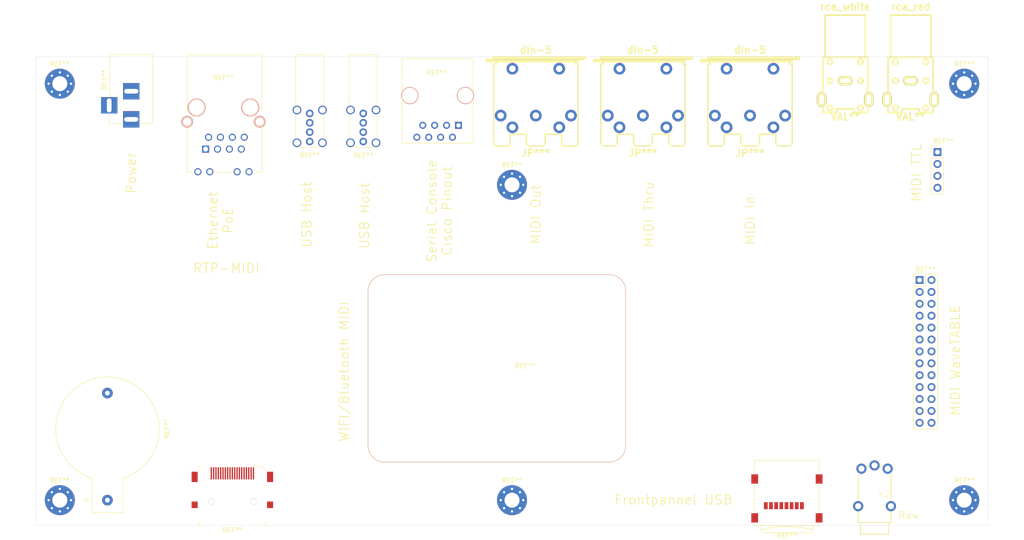
<source format=kicad_pcb>
(kicad_pcb (version 20171130) (host pcbnew "(5.1.9)-1")

  (general
    (thickness 1.6)
    (drawings 17)
    (tracks 0)
    (zones 0)
    (modules 23)
    (nets 1)
  )

  (page A4)
  (layers
    (0 F.Cu signal)
    (31 B.Cu signal)
    (32 B.Adhes user)
    (33 F.Adhes user)
    (34 B.Paste user)
    (35 F.Paste user)
    (36 B.SilkS user)
    (37 F.SilkS user)
    (38 B.Mask user)
    (39 F.Mask user)
    (40 Dwgs.User user)
    (41 Cmts.User user)
    (42 Eco1.User user)
    (43 Eco2.User user)
    (44 Edge.Cuts user)
    (45 Margin user)
    (46 B.CrtYd user)
    (47 F.CrtYd user)
    (48 B.Fab user)
    (49 F.Fab user)
  )

  (setup
    (last_trace_width 0.25)
    (trace_clearance 0.2)
    (zone_clearance 0.508)
    (zone_45_only no)
    (trace_min 0.2)
    (via_size 0.8)
    (via_drill 0.4)
    (via_min_size 0.4)
    (via_min_drill 0.3)
    (uvia_size 0.3)
    (uvia_drill 0.1)
    (uvias_allowed no)
    (uvia_min_size 0.2)
    (uvia_min_drill 0.1)
    (edge_width 0.05)
    (segment_width 0.2)
    (pcb_text_width 0.3)
    (pcb_text_size 1.5 1.5)
    (mod_edge_width 0.12)
    (mod_text_size 1 1)
    (mod_text_width 0.15)
    (pad_size 1.524 1.524)
    (pad_drill 0.762)
    (pad_to_mask_clearance 0)
    (aux_axis_origin 0 0)
    (visible_elements 7FFFFFFF)
    (pcbplotparams
      (layerselection 0x010fc_ffffffff)
      (usegerberextensions false)
      (usegerberattributes true)
      (usegerberadvancedattributes true)
      (creategerberjobfile true)
      (excludeedgelayer true)
      (linewidth 0.100000)
      (plotframeref false)
      (viasonmask false)
      (mode 1)
      (useauxorigin false)
      (hpglpennumber 1)
      (hpglpenspeed 20)
      (hpglpendiameter 15.000000)
      (psnegative false)
      (psa4output false)
      (plotreference true)
      (plotvalue true)
      (plotinvisibletext false)
      (padsonsilk false)
      (subtractmaskfromsilk false)
      (outputformat 1)
      (mirror false)
      (drillshape 1)
      (scaleselection 1)
      (outputdirectory ""))
  )

  (net 0 "")

  (net_class Default "This is the default net class."
    (clearance 0.2)
    (trace_width 0.25)
    (via_dia 0.8)
    (via_drill 0.4)
    (uvia_dia 0.3)
    (uvia_drill 0.1)
  )

  (module Sebs:RPI_CM4 (layer F.Cu) (tedit 603519D2) (tstamp 6035A5DA)
    (at 134.366 149.352)
    (fp_text reference REF** (at 33.5 -20.5) (layer F.SilkS)
      (effects (font (size 1 1) (thickness 0.15)))
    )
    (fp_text value RPI_CM4 (at 28.5 -21.5) (layer F.Fab)
      (effects (font (size 1 1) (thickness 0.15)))
    )
    (fp_line (start 3.5 0) (end 51.5 0) (layer B.SilkS) (width 0.12))
    (fp_line (start 55 -3.5) (end 55 -36.5) (layer B.SilkS) (width 0.12))
    (fp_line (start 0 -3.5) (end 0 -36.5) (layer B.SilkS) (width 0.12))
    (fp_line (start 3.5 -40) (end 51.5 -40) (layer B.SilkS) (width 0.12))
    (fp_line (start 3.5 0) (end 51.5 0) (layer F.SilkS) (width 0.12))
    (fp_line (start 0 -3.5) (end 0 -36.5) (layer F.SilkS) (width 0.12))
    (fp_line (start 55 -3.5) (end 55 -36.5) (layer F.SilkS) (width 0.12))
    (fp_line (start 3.5 -40) (end 51.5 -40) (layer F.SilkS) (width 0.12))
    (fp_line (start 3.5 -40) (end 51.5 -40) (layer Dwgs.User) (width 0.12))
    (fp_line (start 3.5 0) (end 51.5 0) (layer Dwgs.User) (width 0.12))
    (fp_line (start 55 -3.5) (end 55 -36.5) (layer Dwgs.User) (width 0.12))
    (fp_line (start 0 -3.5) (end 0 -36.5) (layer Dwgs.User) (width 0.12))
    (fp_arc (start 3.5 -36.5) (end 3.5 -40) (angle -90) (layer B.SilkS) (width 0.12))
    (fp_arc (start 51.5 -3.5) (end 51.5 0) (angle -90) (layer B.SilkS) (width 0.12))
    (fp_arc (start 3.5 -3.5) (end 0 -3.5) (angle -90) (layer B.SilkS) (width 0.12))
    (fp_arc (start 51.5 -36.5) (end 55 -36.5) (angle -90) (layer B.SilkS) (width 0.12))
    (fp_arc (start 3.5 -36.5) (end 3.5 -40) (angle -90) (layer Dwgs.User) (width 0.12))
    (fp_arc (start 3.5 -3.5) (end 0 -3.5) (angle -90) (layer Dwgs.User) (width 0.12))
    (fp_arc (start 51.5 -3.5) (end 51.5 0) (angle -90) (layer Dwgs.User) (width 0.12))
    (fp_arc (start 51.5 -36.5) (end 55 -36.5) (angle -90) (layer Dwgs.User) (width 0.12))
    (fp_arc (start 3.5 -3.5) (end 0 -3.5) (angle -90) (layer F.SilkS) (width 0.12))
    (fp_arc (start 51.5 -3.5) (end 51.5 0) (angle -90) (layer F.SilkS) (width 0.12))
    (fp_arc (start 51.5 -36.5) (end 55 -36.5) (angle -90) (layer F.SilkS) (width 0.12))
    (fp_arc (start 3.5 -36.5) (end 3.5 -40) (angle -90) (layer F.SilkS) (width 0.12))
    (pad "" np_thru_hole circle (at 51.5 -36.5) (size 2.5 2.5) (drill 2.5) (layers *.Cu *.Mask))
    (pad "" np_thru_hole circle (at 51.5 -3.5) (size 2.5 2.5) (drill 2.5) (layers *.Cu *.Mask))
    (pad "" np_thru_hole circle (at 3.5 -36.5) (size 2.5 2.5) (drill 2.5) (layers *.Cu *.Mask))
    (pad "" np_thru_hole circle (at 3.5 -3.5) (size 2.5 2.5) (drill 2.5) (layers *.Cu *.Mask))
    (model ${KISYS3DMOD}/Sebs.3dshapes/CM4.step
      (offset (xyz 0 -16 1.5))
      (scale (xyz 1 1 1))
      (rotate (xyz 0 0 0))
    )
  )

  (module Connectors:CR2032H (layer F.Cu) (tedit 587FDB2C) (tstamp 60357775)
    (at 78.74 157.48 270)
    (fp_text reference REF** (at -15.24 -12.7 90) (layer F.SilkS)
      (effects (font (size 1 1) (thickness 0.15)))
    )
    (fp_text value CR2032H (at -15.24 12.7 90) (layer F.Fab)
      (effects (font (size 1 1) (thickness 0.15)))
    )
    (fp_line (start -4.49 -3.8) (end 3.06 -3.8) (layer F.CrtYd) (width 0.05))
    (fp_line (start 3.06 -3.8) (end 3.06 3.65) (layer F.CrtYd) (width 0.05))
    (fp_line (start 3.06 3.65) (end -4.44 3.65) (layer F.CrtYd) (width 0.05))
    (fp_line (start -4.69 -3.3) (end 2.66 -3.3) (layer F.SilkS) (width 0.12))
    (fp_line (start 2.66 -3.3) (end 2.66 3.3) (layer F.SilkS) (width 0.12))
    (fp_line (start 2.66 3.3) (end -4.69 3.3) (layer F.SilkS) (width 0.12))
    (fp_line (start 0 3.81) (end 0 5.08) (layer F.SilkS) (width 0.12))
    (fp_line (start -0.63 4.45) (end 0.63 4.45) (layer F.SilkS) (width 0.12))
    (fp_line (start -4.45 -2.54) (end 1.9 -2.54) (layer F.Fab) (width 0.1))
    (fp_line (start 1.9 -2.54) (end 1.9 2.54) (layer F.Fab) (width 0.1))
    (fp_line (start 1.9 2.54) (end -4.45 2.54) (layer F.Fab) (width 0.1))
    (fp_line (start 1.9 -3.17) (end 2.54 -3.17) (layer F.Fab) (width 0.1))
    (fp_line (start 2.54 -3.17) (end 2.54 3.17) (layer F.Fab) (width 0.1))
    (fp_line (start 2.54 3.17) (end 1.9 3.17) (layer F.Fab) (width 0.1))
    (fp_line (start 0.63 -3.17) (end 1.9 -3.17) (layer F.Fab) (width 0.1))
    (fp_line (start 1.9 3.17) (end -4.45 3.17) (layer F.Fab) (width 0.1))
    (fp_line (start -4.45 -3.17) (end 0.63 -3.17) (layer F.Fab) (width 0.1))
    (fp_circle (center -15.24 0) (end -16.51 -8.89) (layer F.Fab) (width 0.1))
    (fp_circle (center -15.24 0) (end -8.89 8.89) (layer F.Fab) (width 0.1))
    (fp_arc (start -15.24 0) (end -4.44 3.65) (angle 322) (layer F.CrtYd) (width 0.05))
    (fp_arc (start -15.24 0) (end -4.69 3.3) (angle 325) (layer F.SilkS) (width 0.12))
    (pad 2 thru_hole circle (at -22.86 0 270) (size 2.29 2.29) (drill 1.02) (layers *.Cu *.Mask))
    (pad 1 thru_hole circle (at 0 0 270) (size 2.29 2.29) (drill 1.02) (layers *.Cu *.Mask))
  )

  (module Digikey:HDMI_A_Female_2000-1-2-41-00-BK (layer F.Cu) (tedit 5D288F73) (tstamp 603573EC)
    (at 105.41 156.21 180)
    (descr http://media.digikey.com/pdf/Data%20Sheets/CNC%20Tech%20PDFs/HDMI_A_Female_2000-1-2-41-00-BK_Dwg.pdf)
    (attr smd)
    (fp_text reference REF** (at 0 -7.6) (layer F.SilkS)
      (effects (font (size 1 1) (thickness 0.15)))
    )
    (fp_text value HDMI_A_Female_2000-1-2-41-00-BK (at 0 7.05) (layer F.Fab)
      (effects (font (size 1 1) (thickness 0.15)))
    )
    (fp_line (start 7 5.76) (end 7 -6.39) (layer F.Fab) (width 0.1))
    (fp_line (start 7 5.76) (end -6 5.76) (layer F.Fab) (width 0.1))
    (fp_line (start -7 4.75) (end -7 -6.39) (layer F.Fab) (width 0.1))
    (fp_line (start -7 -6.39) (end 7 -6.39) (layer F.Fab) (width 0.1))
    (fp_line (start -7 4.75) (end -6 5.75) (layer F.Fab) (width 0.1))
    (fp_line (start -7.2 -5.75) (end -7.2 -6.6) (layer F.SilkS) (width 0.1))
    (fp_line (start -7.2 -6.6) (end -6.5 -6.6) (layer F.SilkS) (width 0.1))
    (fp_line (start 6.5 -6.6) (end 7.2 -6.6) (layer F.SilkS) (width 0.1))
    (fp_line (start 7.2 -6.6) (end 7.2 -5.75) (layer F.SilkS) (width 0.1))
    (fp_line (start -4.25 6) (end -6.15 6) (layer F.SilkS) (width 0.1))
    (fp_line (start -6.15 6) (end -7.1 5.05) (layer F.SilkS) (width 0.1))
    (fp_line (start 7.2 5.25) (end 7.2 6) (layer F.SilkS) (width 0.1))
    (fp_line (start 7.2 6) (end 6.5 6) (layer F.SilkS) (width 0.1))
    (fp_line (start -9 -6.75) (end 9 -6.75) (layer F.CrtYd) (width 0.05))
    (fp_line (start 9 -6.75) (end 9 6.25) (layer F.CrtYd) (width 0.05))
    (fp_line (start 9 6.25) (end -9 6.25) (layer F.CrtYd) (width 0.05))
    (fp_line (start -9 6.25) (end -9 -6.75) (layer F.CrtYd) (width 0.05))
    (fp_text user REF** (at 0.05 0.1) (layer F.Fab)
      (effects (font (size 1 1) (thickness 0.15)))
    )
    (pad "" thru_hole circle (at 4.5 -1.5 180) (size 1.3 1.3) (drill 1.3) (layers *.Cu))
    (pad "" thru_hole circle (at -4.5 -1.5 180) (size 1.3 1.3) (drill 1.3) (layers *.Cu))
    (pad SH smd rect (at -8.05 -2.26 180) (size 1.3 1.4) (layers F.Cu F.Paste F.Mask))
    (pad SH smd rect (at 8.05 -2.26 180) (size 1.3 1.4) (layers F.Cu F.Paste F.Mask))
    (pad SH smd rect (at 8.05 3.7 180) (size 1.3 2.2) (layers F.Cu F.Paste F.Mask))
    (pad SH smd rect (at -8.05 3.7 180) (size 1.3 2.2) (layers F.Cu F.Paste F.Mask))
    (pad 19 smd rect (at 4.5 4.46 180) (size 0.28 2.6) (layers F.Cu F.Paste F.Mask))
    (pad 18 smd rect (at 4 4.46 180) (size 0.28 2.6) (layers F.Cu F.Paste F.Mask))
    (pad 17 smd rect (at 3.5 4.46 180) (size 0.28 2.6) (layers F.Cu F.Paste F.Mask))
    (pad 16 smd rect (at 3 4.46 180) (size 0.28 2.6) (layers F.Cu F.Paste F.Mask))
    (pad 15 smd rect (at 2.5 4.46 180) (size 0.28 2.6) (layers F.Cu F.Paste F.Mask))
    (pad 14 smd rect (at 2 4.46 180) (size 0.28 2.6) (layers F.Cu F.Paste F.Mask))
    (pad 13 smd rect (at 1.5 4.46 180) (size 0.28 2.6) (layers F.Cu F.Paste F.Mask))
    (pad 12 smd rect (at 1 4.46 180) (size 0.28 2.6) (layers F.Cu F.Paste F.Mask))
    (pad 11 smd rect (at 0.5 4.46 180) (size 0.28 2.6) (layers F.Cu F.Paste F.Mask))
    (pad 1 smd rect (at -4.5 4.46 180) (size 0.28 2.6) (layers F.Cu F.Paste F.Mask))
    (pad 2 smd rect (at -4 4.46 180) (size 0.28 2.6) (layers F.Cu F.Paste F.Mask))
    (pad 3 smd rect (at -3.5 4.46 180) (size 0.28 2.6) (layers F.Cu F.Paste F.Mask))
    (pad 4 smd rect (at -3 4.46 180) (size 0.28 2.6) (layers F.Cu F.Paste F.Mask))
    (pad 5 smd rect (at -2.5 4.46 180) (size 0.28 2.6) (layers F.Cu F.Paste F.Mask))
    (pad 6 smd rect (at -2 4.46 180) (size 0.28 2.6) (layers F.Cu F.Paste F.Mask))
    (pad 7 smd rect (at -1.5 4.46 180) (size 0.28 2.6) (layers F.Cu F.Paste F.Mask))
    (pad 8 smd rect (at -1 4.46 180) (size 0.28 2.6) (layers F.Cu F.Paste F.Mask))
    (pad 9 smd rect (at -0.5 4.46 180) (size 0.28 2.6) (layers F.Cu F.Paste F.Mask))
    (pad 10 smd rect (at 0 4.46 180) (size 0.28 2.6) (layers F.Cu F.Paste F.Mask))
  )

  (module Connectors:microSD_Card_Receptacle_Wuerth_693072010801 (layer F.Cu) (tedit 597745A9) (tstamp 60356C0F)
    (at 223.774 155.956 180)
    (descr http://katalog.we-online.de/em/datasheet/693072010801.pdf)
    (tags "Micro SD Wuerth Wurth Würth")
    (attr smd)
    (fp_text reference REF** (at 0 -9.14) (layer F.SilkS)
      (effects (font (size 1 1) (thickness 0.15)))
    )
    (fp_text value microSD_Card_Receptacle_Wuerth_693072010801 (at 0 8.07) (layer F.Fab)
      (effects (font (size 1 1) (thickness 0.15)))
    )
    (fp_line (start -6.8 6.85) (end 6.8 6.85) (layer F.Fab) (width 0.1))
    (fp_line (start -6.8 -6.85) (end -6.8 6.85) (layer F.Fab) (width 0.1))
    (fp_line (start 6.8 -6.85) (end -6.8 -6.85) (layer F.Fab) (width 0.1))
    (fp_line (start 6.8 6.85) (end 6.8 -6.85) (layer F.Fab) (width 0.1))
    (fp_line (start 5 -7.76) (end 5.5 -7.86) (layer F.SilkS) (width 0.12))
    (fp_line (start 3.7 -7.46) (end 5 -7.76) (layer F.SilkS) (width 0.12))
    (fp_line (start 2.2 -7.26) (end 3.7 -7.46) (layer F.SilkS) (width 0.12))
    (fp_line (start 0.9 -7.16) (end 2.2 -7.26) (layer F.SilkS) (width 0.12))
    (fp_line (start -0.9 -7.16) (end 0.9 -7.16) (layer F.SilkS) (width 0.12))
    (fp_line (start -2.2 -7.26) (end -0.9 -7.16) (layer F.SilkS) (width 0.12))
    (fp_line (start -3 -7.36) (end -2.2 -7.26) (layer F.SilkS) (width 0.12))
    (fp_line (start -4.7 -7.66) (end -3 -7.36) (layer F.SilkS) (width 0.12))
    (fp_line (start -5.5 -7.86) (end -4.7 -7.66) (layer F.SilkS) (width 0.12))
    (fp_line (start -5 -8.46) (end 5 -8.46) (layer F.SilkS) (width 0.12))
    (fp_line (start -5.5 -6.96) (end -5.5 -7.96) (layer F.SilkS) (width 0.12))
    (fp_line (start 5.5 -6.96) (end 5.5 -7.96) (layer F.SilkS) (width 0.12))
    (fp_line (start -6.91 -6.96) (end 6.91 -6.96) (layer F.SilkS) (width 0.12))
    (fp_line (start 6.91 6.96) (end -6.91 6.96) (layer F.SilkS) (width 0.12))
    (fp_line (start 6.91 4.26) (end 6.91 6.96) (layer F.SilkS) (width 0.12))
    (fp_line (start 6.91 -6.96) (end 6.91 -6.56) (layer F.SilkS) (width 0.12))
    (fp_line (start 6.91 -4.04) (end 6.91 1.74) (layer F.SilkS) (width 0.12))
    (fp_line (start -6.91 4.26) (end -6.91 6.96) (layer F.SilkS) (width 0.12))
    (fp_line (start -6.91 -4.04) (end -6.91 1.74) (layer F.SilkS) (width 0.12))
    (fp_line (start -6.91 -6.96) (end -6.91 -6.56) (layer F.SilkS) (width 0.12))
    (fp_line (start 8.08 -7.35) (end 8.08 7.35) (layer F.CrtYd) (width 0.05))
    (fp_line (start 8.08 -7.35) (end -8.08 -7.35) (layer F.CrtYd) (width 0.05))
    (fp_line (start 8.08 7.35) (end -8.08 7.35) (layer F.CrtYd) (width 0.05))
    (fp_line (start -8.08 -7.35) (end -8.08 7.35) (layer F.CrtYd) (width 0.05))
    (fp_text user %R (at 0 0) (layer F.Fab)
      (effects (font (size 1 1) (thickness 0.15)))
    )
    (fp_arc (start 5 -7.96) (end 5 -8.46) (angle 90) (layer F.SilkS) (width 0.12))
    (fp_arc (start -5 -7.96) (end -5.5 -7.96) (angle 90) (layer F.SilkS) (width 0.12))
    (pad 9 smd rect (at 6.875 -5.3 180) (size 1.45 2) (layers F.Cu F.Paste F.Mask))
    (pad 9 smd rect (at -6.875 -5.3 180) (size 1.45 2) (layers F.Cu F.Paste F.Mask))
    (pad 9 smd rect (at -6.875 3 180) (size 1.45 2) (layers F.Cu F.Paste F.Mask))
    (pad 9 smd rect (at 6.875 3 180) (size 1.45 2) (layers F.Cu F.Paste F.Mask))
    (pad 8 smd rect (at 4.5 -2.7 180) (size 0.8 1.5) (layers F.Cu F.Paste F.Mask))
    (pad 7 smd rect (at 3.4 -2.7 180) (size 0.8 1.5) (layers F.Cu F.Paste F.Mask))
    (pad 6 smd rect (at 2.3 -2.7 180) (size 0.8 1.5) (layers F.Cu F.Paste F.Mask))
    (pad 5 smd rect (at 1.2 -2.7 180) (size 0.8 1.5) (layers F.Cu F.Paste F.Mask))
    (pad 4 smd rect (at 0.1 -2.7 180) (size 0.8 1.5) (layers F.Cu F.Paste F.Mask))
    (pad 3 smd rect (at -1 -2.7 180) (size 0.8 1.5) (layers F.Cu F.Paste F.Mask))
    (pad 2 smd rect (at -2.1 -2.7 180) (size 0.8 1.5) (layers F.Cu F.Paste F.Mask))
    (pad 1 smd rect (at -3.2 -2.7 180) (size 0.8 1.5) (layers F.Cu F.Paste F.Mask))
    (model ${KISYS3DMOD}/Connectors.3dshapes/microSD_Card_Receptacle_Wuerth_693072010801.wrl
      (at (xyz 0 0 0))
      (scale (xyz 1 1 1))
      (rotate (xyz 0 0 0))
    )
  )

  (module Mounting_Holes:MountingHole_3.2mm_M3_Pad_Via (layer F.Cu) (tedit 56DDBCCA) (tstamp 60355A0F)
    (at 165.1 90.17)
    (descr "Mounting Hole 3.2mm, M3")
    (tags "mounting hole 3.2mm m3")
    (attr virtual)
    (fp_text reference REF** (at 0 -4.2) (layer F.SilkS)
      (effects (font (size 1 1) (thickness 0.15)))
    )
    (fp_text value MountingHole_3.2mm_M3_Pad_Via (at 0 4.2) (layer F.Fab)
      (effects (font (size 1 1) (thickness 0.15)))
    )
    (fp_circle (center 0 0) (end 3.45 0) (layer F.CrtYd) (width 0.05))
    (fp_circle (center 0 0) (end 3.2 0) (layer Cmts.User) (width 0.15))
    (fp_text user %R (at 0.3 0) (layer F.Fab)
      (effects (font (size 1 1) (thickness 0.15)))
    )
    (pad 1 thru_hole circle (at 1.697056 -1.697056) (size 0.8 0.8) (drill 0.5) (layers *.Cu *.Mask))
    (pad 1 thru_hole circle (at 0 -2.4) (size 0.8 0.8) (drill 0.5) (layers *.Cu *.Mask))
    (pad 1 thru_hole circle (at -1.697056 -1.697056) (size 0.8 0.8) (drill 0.5) (layers *.Cu *.Mask))
    (pad 1 thru_hole circle (at -2.4 0) (size 0.8 0.8) (drill 0.5) (layers *.Cu *.Mask))
    (pad 1 thru_hole circle (at -1.697056 1.697056) (size 0.8 0.8) (drill 0.5) (layers *.Cu *.Mask))
    (pad 1 thru_hole circle (at 0 2.4) (size 0.8 0.8) (drill 0.5) (layers *.Cu *.Mask))
    (pad 1 thru_hole circle (at 1.697056 1.697056) (size 0.8 0.8) (drill 0.5) (layers *.Cu *.Mask))
    (pad 1 thru_hole circle (at 2.4 0) (size 0.8 0.8) (drill 0.5) (layers *.Cu *.Mask))
    (pad 1 thru_hole circle (at 0 0) (size 6.4 6.4) (drill 3.2) (layers *.Cu *.Mask))
  )

  (module Mounting_Holes:MountingHole_3.2mm_M3_Pad_Via (layer F.Cu) (tedit 56DDBCCA) (tstamp 603559F1)
    (at 165.1 157.48)
    (descr "Mounting Hole 3.2mm, M3")
    (tags "mounting hole 3.2mm m3")
    (attr virtual)
    (fp_text reference REF** (at 0 -4.2) (layer F.SilkS)
      (effects (font (size 1 1) (thickness 0.15)))
    )
    (fp_text value MountingHole_3.2mm_M3_Pad_Via (at 0 4.2) (layer F.Fab)
      (effects (font (size 1 1) (thickness 0.15)))
    )
    (fp_circle (center 0 0) (end 3.2 0) (layer Cmts.User) (width 0.15))
    (fp_circle (center 0 0) (end 3.45 0) (layer F.CrtYd) (width 0.05))
    (fp_text user %R (at 0.3 0) (layer F.Fab)
      (effects (font (size 1 1) (thickness 0.15)))
    )
    (pad 1 thru_hole circle (at 0 0) (size 6.4 6.4) (drill 3.2) (layers *.Cu *.Mask))
    (pad 1 thru_hole circle (at 2.4 0) (size 0.8 0.8) (drill 0.5) (layers *.Cu *.Mask))
    (pad 1 thru_hole circle (at 1.697056 1.697056) (size 0.8 0.8) (drill 0.5) (layers *.Cu *.Mask))
    (pad 1 thru_hole circle (at 0 2.4) (size 0.8 0.8) (drill 0.5) (layers *.Cu *.Mask))
    (pad 1 thru_hole circle (at -1.697056 1.697056) (size 0.8 0.8) (drill 0.5) (layers *.Cu *.Mask))
    (pad 1 thru_hole circle (at -2.4 0) (size 0.8 0.8) (drill 0.5) (layers *.Cu *.Mask))
    (pad 1 thru_hole circle (at -1.697056 -1.697056) (size 0.8 0.8) (drill 0.5) (layers *.Cu *.Mask))
    (pad 1 thru_hole circle (at 0 -2.4) (size 0.8 0.8) (drill 0.5) (layers *.Cu *.Mask))
    (pad 1 thru_hole circle (at 1.697056 -1.697056) (size 0.8 0.8) (drill 0.5) (layers *.Cu *.Mask))
  )

  (module Pin_Headers:Pin_Header_Straight_1x04_Pitch2.54mm (layer F.Cu) (tedit 59650532) (tstamp 6034DF5A)
    (at 255.905 83.185)
    (descr "Through hole straight pin header, 1x04, 2.54mm pitch, single row")
    (tags "Through hole pin header THT 1x04 2.54mm single row")
    (fp_text reference REF** (at 1.27 -2.33) (layer F.SilkS)
      (effects (font (size 1 1) (thickness 0.15)))
    )
    (fp_text value Pin_Header_Straight_1x04_Pitch2.54mm (at 1.27 9.95) (layer F.Fab)
      (effects (font (size 1 1) (thickness 0.15)))
    )
    (fp_line (start -0.635 -1.27) (end 1.27 -1.27) (layer F.Fab) (width 0.1))
    (fp_line (start 1.27 -1.27) (end 1.27 8.89) (layer F.Fab) (width 0.1))
    (fp_line (start 1.27 8.89) (end -1.27 8.89) (layer F.Fab) (width 0.1))
    (fp_line (start -1.27 8.89) (end -1.27 -0.635) (layer F.Fab) (width 0.1))
    (fp_line (start -1.27 -0.635) (end -0.635 -1.27) (layer F.Fab) (width 0.1))
    (fp_line (start -1.33 8.95) (end 1.33 8.95) (layer F.SilkS) (width 0.12))
    (fp_line (start -1.33 1.27) (end -1.33 8.95) (layer F.SilkS) (width 0.12))
    (fp_line (start 1.33 1.27) (end 1.33 8.95) (layer F.SilkS) (width 0.12))
    (fp_line (start -1.33 1.27) (end 1.33 1.27) (layer F.SilkS) (width 0.12))
    (fp_line (start -1.33 0) (end -1.33 -1.33) (layer F.SilkS) (width 0.12))
    (fp_line (start -1.33 -1.33) (end 0 -1.33) (layer F.SilkS) (width 0.12))
    (fp_line (start -1.8 -1.8) (end -1.8 9.4) (layer F.CrtYd) (width 0.05))
    (fp_line (start -1.8 9.4) (end 1.8 9.4) (layer F.CrtYd) (width 0.05))
    (fp_line (start 1.8 9.4) (end 1.8 -1.8) (layer F.CrtYd) (width 0.05))
    (fp_line (start 1.8 -1.8) (end -1.8 -1.8) (layer F.CrtYd) (width 0.05))
    (fp_text user %R (at 0 3.175 90) (layer F.Fab)
      (effects (font (size 1 1) (thickness 0.15)))
    )
    (pad 1 thru_hole rect (at 0 0) (size 1.7 1.7) (drill 1) (layers *.Cu *.Mask))
    (pad 2 thru_hole oval (at 0 2.54) (size 1.7 1.7) (drill 1) (layers *.Cu *.Mask))
    (pad 3 thru_hole oval (at 0 5.08) (size 1.7 1.7) (drill 1) (layers *.Cu *.Mask))
    (pad 4 thru_hole oval (at 0 7.62) (size 1.7 1.7) (drill 1) (layers *.Cu *.Mask))
    (model ${KISYS3DMOD}/Pin_Headers.3dshapes/Pin_Header_Straight_1x04_Pitch2.54mm.wrl
      (offset (xyz 0 -3.7 0))
      (scale (xyz 1 1 1))
      (rotate (xyz 0 0 -90))
    )
  )

  (module Mounting_Holes:MountingHole_3.2mm_M3_Pad_Via (layer F.Cu) (tedit 56DDBCCA) (tstamp 603527F7)
    (at 261.62 68.58)
    (descr "Mounting Hole 3.2mm, M3")
    (tags "mounting hole 3.2mm m3")
    (attr virtual)
    (fp_text reference REF** (at 0 -4.2) (layer F.SilkS)
      (effects (font (size 1 1) (thickness 0.15)))
    )
    (fp_text value MountingHole_3.2mm_M3_Pad_Via (at 0 4.2) (layer F.Fab)
      (effects (font (size 1 1) (thickness 0.15)))
    )
    (fp_circle (center 0 0) (end 3.45 0) (layer F.CrtYd) (width 0.05))
    (fp_circle (center 0 0) (end 3.2 0) (layer Cmts.User) (width 0.15))
    (fp_text user %R (at 0.3 0) (layer F.Fab)
      (effects (font (size 1 1) (thickness 0.15)))
    )
    (pad 1 thru_hole circle (at 1.697056 -1.697056) (size 0.8 0.8) (drill 0.5) (layers *.Cu *.Mask))
    (pad 1 thru_hole circle (at 0 -2.4) (size 0.8 0.8) (drill 0.5) (layers *.Cu *.Mask))
    (pad 1 thru_hole circle (at -1.697056 -1.697056) (size 0.8 0.8) (drill 0.5) (layers *.Cu *.Mask))
    (pad 1 thru_hole circle (at -2.4 0) (size 0.8 0.8) (drill 0.5) (layers *.Cu *.Mask))
    (pad 1 thru_hole circle (at -1.697056 1.697056) (size 0.8 0.8) (drill 0.5) (layers *.Cu *.Mask))
    (pad 1 thru_hole circle (at 0 2.4) (size 0.8 0.8) (drill 0.5) (layers *.Cu *.Mask))
    (pad 1 thru_hole circle (at 1.697056 1.697056) (size 0.8 0.8) (drill 0.5) (layers *.Cu *.Mask))
    (pad 1 thru_hole circle (at 2.4 0) (size 0.8 0.8) (drill 0.5) (layers *.Cu *.Mask))
    (pad 1 thru_hole circle (at 0 0) (size 6.4 6.4) (drill 3.2) (layers *.Cu *.Mask))
  )

  (module Mounting_Holes:MountingHole_3.2mm_M3_Pad_Via (layer F.Cu) (tedit 56DDBCCA) (tstamp 603527D9)
    (at 68.58 68.58)
    (descr "Mounting Hole 3.2mm, M3")
    (tags "mounting hole 3.2mm m3")
    (attr virtual)
    (fp_text reference REF** (at 0 -4.2) (layer F.SilkS)
      (effects (font (size 1 1) (thickness 0.15)))
    )
    (fp_text value MountingHole_3.2mm_M3_Pad_Via (at 0 4.2) (layer F.Fab)
      (effects (font (size 1 1) (thickness 0.15)))
    )
    (fp_circle (center 0 0) (end 3.2 0) (layer Cmts.User) (width 0.15))
    (fp_circle (center 0 0) (end 3.45 0) (layer F.CrtYd) (width 0.05))
    (fp_text user %R (at 0.3 0) (layer F.Fab)
      (effects (font (size 1 1) (thickness 0.15)))
    )
    (pad 1 thru_hole circle (at 0 0) (size 6.4 6.4) (drill 3.2) (layers *.Cu *.Mask))
    (pad 1 thru_hole circle (at 2.4 0) (size 0.8 0.8) (drill 0.5) (layers *.Cu *.Mask))
    (pad 1 thru_hole circle (at 1.697056 1.697056) (size 0.8 0.8) (drill 0.5) (layers *.Cu *.Mask))
    (pad 1 thru_hole circle (at 0 2.4) (size 0.8 0.8) (drill 0.5) (layers *.Cu *.Mask))
    (pad 1 thru_hole circle (at -1.697056 1.697056) (size 0.8 0.8) (drill 0.5) (layers *.Cu *.Mask))
    (pad 1 thru_hole circle (at -2.4 0) (size 0.8 0.8) (drill 0.5) (layers *.Cu *.Mask))
    (pad 1 thru_hole circle (at -1.697056 -1.697056) (size 0.8 0.8) (drill 0.5) (layers *.Cu *.Mask))
    (pad 1 thru_hole circle (at 0 -2.4) (size 0.8 0.8) (drill 0.5) (layers *.Cu *.Mask))
    (pad 1 thru_hole circle (at 1.697056 -1.697056) (size 0.8 0.8) (drill 0.5) (layers *.Cu *.Mask))
  )

  (module Mounting_Holes:MountingHole_3.2mm_M3_Pad_Via (layer F.Cu) (tedit 56DDBCCA) (tstamp 603527BB)
    (at 261.62 157.48)
    (descr "Mounting Hole 3.2mm, M3")
    (tags "mounting hole 3.2mm m3")
    (attr virtual)
    (fp_text reference REF** (at 0 -4.2) (layer F.SilkS)
      (effects (font (size 1 1) (thickness 0.15)))
    )
    (fp_text value MountingHole_3.2mm_M3_Pad_Via (at 0 4.2) (layer F.Fab)
      (effects (font (size 1 1) (thickness 0.15)))
    )
    (fp_circle (center 0 0) (end 3.45 0) (layer F.CrtYd) (width 0.05))
    (fp_circle (center 0 0) (end 3.2 0) (layer Cmts.User) (width 0.15))
    (fp_text user %R (at 0.3 0) (layer F.Fab)
      (effects (font (size 1 1) (thickness 0.15)))
    )
    (pad 1 thru_hole circle (at 1.697056 -1.697056) (size 0.8 0.8) (drill 0.5) (layers *.Cu *.Mask))
    (pad 1 thru_hole circle (at 0 -2.4) (size 0.8 0.8) (drill 0.5) (layers *.Cu *.Mask))
    (pad 1 thru_hole circle (at -1.697056 -1.697056) (size 0.8 0.8) (drill 0.5) (layers *.Cu *.Mask))
    (pad 1 thru_hole circle (at -2.4 0) (size 0.8 0.8) (drill 0.5) (layers *.Cu *.Mask))
    (pad 1 thru_hole circle (at -1.697056 1.697056) (size 0.8 0.8) (drill 0.5) (layers *.Cu *.Mask))
    (pad 1 thru_hole circle (at 0 2.4) (size 0.8 0.8) (drill 0.5) (layers *.Cu *.Mask))
    (pad 1 thru_hole circle (at 1.697056 1.697056) (size 0.8 0.8) (drill 0.5) (layers *.Cu *.Mask))
    (pad 1 thru_hole circle (at 2.4 0) (size 0.8 0.8) (drill 0.5) (layers *.Cu *.Mask))
    (pad 1 thru_hole circle (at 0 0) (size 6.4 6.4) (drill 3.2) (layers *.Cu *.Mask))
  )

  (module Mounting_Holes:MountingHole_3.2mm_M3_Pad_Via (layer F.Cu) (tedit 56DDBCCA) (tstamp 60352788)
    (at 68.58 157.48)
    (descr "Mounting Hole 3.2mm, M3")
    (tags "mounting hole 3.2mm m3")
    (attr virtual)
    (fp_text reference REF** (at 0 -4.2) (layer F.SilkS)
      (effects (font (size 1 1) (thickness 0.15)))
    )
    (fp_text value MountingHole_3.2mm_M3_Pad_Via (at 0 4.2) (layer F.Fab)
      (effects (font (size 1 1) (thickness 0.15)))
    )
    (fp_circle (center 0 0) (end 3.2 0) (layer Cmts.User) (width 0.15))
    (fp_circle (center 0 0) (end 3.45 0) (layer F.CrtYd) (width 0.05))
    (fp_text user %R (at 0.3 0) (layer F.Fab)
      (effects (font (size 1 1) (thickness 0.15)))
    )
    (pad 1 thru_hole circle (at 0 0) (size 6.4 6.4) (drill 3.2) (layers *.Cu *.Mask))
    (pad 1 thru_hole circle (at 2.4 0) (size 0.8 0.8) (drill 0.5) (layers *.Cu *.Mask))
    (pad 1 thru_hole circle (at 1.697056 1.697056) (size 0.8 0.8) (drill 0.5) (layers *.Cu *.Mask))
    (pad 1 thru_hole circle (at 0 2.4) (size 0.8 0.8) (drill 0.5) (layers *.Cu *.Mask))
    (pad 1 thru_hole circle (at -1.697056 1.697056) (size 0.8 0.8) (drill 0.5) (layers *.Cu *.Mask))
    (pad 1 thru_hole circle (at -2.4 0) (size 0.8 0.8) (drill 0.5) (layers *.Cu *.Mask))
    (pad 1 thru_hole circle (at -1.697056 -1.697056) (size 0.8 0.8) (drill 0.5) (layers *.Cu *.Mask))
    (pad 1 thru_hole circle (at 0 -2.4) (size 0.8 0.8) (drill 0.5) (layers *.Cu *.Mask))
    (pad 1 thru_hole circle (at 1.697056 -1.697056) (size 0.8 0.8) (drill 0.5) (layers *.Cu *.Mask))
  )

  (module Connectors:USB_A_Vertical (layer F.Cu) (tedit 554409CC) (tstamp 60351837)
    (at 133.35 74.93)
    (descr "USB A vertical female connector, right angle")
    (tags "USB_A_Vertical female connector angled 73725-0110BLF")
    (fp_text reference REF** (at 0 8.95) (layer F.SilkS)
      (effects (font (size 1 1) (thickness 0.15)))
    )
    (fp_text value USB_A_Vertical (at -0.05 -5.8) (layer F.Fab)
      (effects (font (size 1 1) (thickness 0.15)))
    )
    (fp_line (start 3.9 -12.75) (end 3.9 7.55) (layer F.CrtYd) (width 0.05))
    (fp_line (start 3.9 7.55) (end -3.9 7.55) (layer F.CrtYd) (width 0.05))
    (fp_line (start -3.9 7.55) (end -3.9 -12.75) (layer F.CrtYd) (width 0.05))
    (fp_line (start -3.9 -12.75) (end 3.9 -12.75) (layer F.CrtYd) (width 0.05))
    (fp_line (start 3 -1.82) (end 3 -12.5) (layer F.SilkS) (width 0.12))
    (fp_line (start -3 -1.82) (end -3 -12.5) (layer F.SilkS) (width 0.12))
    (fp_line (start -3 -12.5) (end 3 -12.5) (layer F.SilkS) (width 0.12))
    (fp_line (start -3 0.36) (end -3 5.18) (layer F.SilkS) (width 0.12))
    (fp_line (start 2.2 7.27) (end -2.2 7.27) (layer F.SilkS) (width 0.12))
    (fp_line (start 3 0.36) (end 3 5.18) (layer F.SilkS) (width 0.12))
    (pad 5 thru_hole circle (at -2.72 6.27) (size 1.85 1.85) (drill 1.35) (layers *.Cu *.Mask))
    (pad 5 thru_hole circle (at -2.72 -0.73) (size 1.85 1.85) (drill 1.35) (layers *.Cu *.Mask))
    (pad 5 thru_hole circle (at 2.72 6.27) (size 1.85 1.85) (drill 1.35) (layers *.Cu *.Mask))
    (pad 4 thru_hole circle (at 0 6) (size 1.62 1.62) (drill 0.92) (layers *.Cu *.Mask))
    (pad 5 thru_hole circle (at 2.72 -0.73) (size 1.85 1.85) (drill 1.35) (layers *.Cu *.Mask))
    (pad 3 thru_hole circle (at 0 4) (size 1.62 1.62) (drill 0.92) (layers *.Cu *.Mask))
    (pad 2 thru_hole circle (at 0 2) (size 1.62 1.62) (drill 0.92) (layers *.Cu *.Mask))
    (pad 1 thru_hole circle (at 0 0) (size 1.62 1.62) (drill 0.92) (layers *.Cu *.Mask))
    (model ${KISYS3DMOD}/Connectors.3dshapes/USB_A_Vertical.wrl
      (offset (xyz 0.2539999961853027 -0.5079999923706054 1.269999980926514))
      (scale (xyz 0.41 0.41 0.41))
      (rotate (xyz 0 -90 180))
    )
  )

  (module Connectors:RJ45_8 (layer F.Cu) (tedit 0) (tstamp 6035030D)
    (at 153.67 77.47 180)
    (tags RJ45)
    (fp_text reference REF** (at 4.7 11.18) (layer F.SilkS)
      (effects (font (size 1 1) (thickness 0.15)))
    )
    (fp_text value RJ45_8 (at 4.59 6.25) (layer F.Fab)
      (effects (font (size 1 1) (thickness 0.15)))
    )
    (fp_line (start -3.17 14.22) (end 12.07 14.22) (layer F.SilkS) (width 0.12))
    (fp_line (start 12.07 -3.81) (end 12.06 5.18) (layer F.SilkS) (width 0.12))
    (fp_line (start 12.07 -3.81) (end -3.17 -3.81) (layer F.SilkS) (width 0.12))
    (fp_line (start -3.17 -3.81) (end -3.17 5.19) (layer F.SilkS) (width 0.12))
    (fp_line (start 12.06 7.52) (end 12.07 14.22) (layer F.SilkS) (width 0.12))
    (fp_line (start -3.17 7.51) (end -3.17 14.22) (layer F.SilkS) (width 0.12))
    (fp_line (start -3.56 -4.06) (end 12.46 -4.06) (layer F.CrtYd) (width 0.05))
    (fp_line (start -3.56 -4.06) (end -3.56 14.47) (layer F.CrtYd) (width 0.05))
    (fp_line (start 12.46 14.47) (end 12.46 -4.06) (layer F.CrtYd) (width 0.05))
    (fp_line (start 12.46 14.47) (end -3.56 14.47) (layer F.CrtYd) (width 0.05))
    (pad Hole np_thru_hole circle (at 10.38 6.35 180) (size 3.65 3.65) (drill 3.25) (layers *.Cu *.SilkS *.Mask))
    (pad Hole np_thru_hole circle (at -1.49 6.35 180) (size 3.65 3.65) (drill 3.25) (layers *.Cu *.SilkS *.Mask))
    (pad 1 thru_hole rect (at 0 0 180) (size 1.5 1.5) (drill 0.9) (layers *.Cu *.Mask))
    (pad 2 thru_hole circle (at 1.27 -2.54 180) (size 1.5 1.5) (drill 0.9) (layers *.Cu *.Mask))
    (pad 3 thru_hole circle (at 2.54 0 180) (size 1.5 1.5) (drill 0.9) (layers *.Cu *.Mask))
    (pad 4 thru_hole circle (at 3.81 -2.54 180) (size 1.5 1.5) (drill 0.9) (layers *.Cu *.Mask))
    (pad 5 thru_hole circle (at 5.08 0 180) (size 1.5 1.5) (drill 0.9) (layers *.Cu *.Mask))
    (pad 6 thru_hole circle (at 6.35 -2.54 180) (size 1.5 1.5) (drill 0.9) (layers *.Cu *.Mask))
    (pad 7 thru_hole circle (at 7.62 0 180) (size 1.5 1.5) (drill 0.9) (layers *.Cu *.Mask))
    (pad 8 thru_hole circle (at 8.89 -2.54 180) (size 1.5 1.5) (drill 0.9) (layers *.Cu *.Mask))
    (model ${KISYS3DMOD}/Connectors.3dshapes/RJ45_8.wrl
      (offset (xyz 4.571999931335449 -6.349999904632568 0))
      (scale (xyz 0.4 0.4 0.4))
      (rotate (xyz 0 0 0))
    )
  )

  (module Sebs:mj-2135-MJ-2135 (layer F.Cu) (tedit 5FFA9E21) (tstamp 6034EDCB)
    (at 242.57 156.21 180)
    (attr virtual)
    (fp_text reference X2 (at -1.905 0 180) (layer F.SilkS)
      (effects (font (size 1.27 1.27) (thickness 0.1016)))
    )
    (fp_text value Raw (at -7.2 -4.5) (layer F.SilkS)
      (effects (font (size 1.524 1.524) (thickness 0.15)))
    )
    (fp_line (start 1.28778 5.94868) (end 1.88976 5.94868) (layer F.SilkS) (width 0.2032))
    (fp_line (start -1.70942 5.94868) (end -1.10998 5.94868) (layer F.SilkS) (width 0.2032))
    (fp_line (start 3.58902 -6.04774) (end 3.58902 -3.74904) (layer F.SilkS) (width 0.2032))
    (fp_line (start -3.40868 -3.74904) (end -3.40868 -6.04774) (layer F.SilkS) (width 0.2032))
    (fp_line (start -3.40868 -1.34874) (end -3.40868 4.24942) (layer F.SilkS) (width 0.2032))
    (fp_line (start 3.58902 4.24942) (end 3.58902 -1.34874) (layer F.SilkS) (width 0.2032))
    (fp_line (start 3.08864 -8.54964) (end 3.08864 -6.04774) (layer F.SilkS) (width 0.2032))
    (fp_line (start -2.9083 -8.54964) (end 3.08864 -8.54964) (layer F.SilkS) (width 0.2032))
    (fp_line (start -2.9083 -6.04774) (end -2.9083 -8.54964) (layer F.SilkS) (width 0.2032))
    (fp_line (start -2.9083 -6.04774) (end -3.40868 -6.04774) (layer F.SilkS) (width 0.2032))
    (fp_line (start 3.08864 -6.04774) (end -2.9083 -6.04774) (layer F.SilkS) (width 0.2032))
    (fp_line (start 3.58902 -6.04774) (end 3.08864 -6.04774) (layer F.SilkS) (width 0.2032))
    (pad "" np_thru_hole circle (at 0.06 2.92 180) (size 1.5 1.5) (drill 1.5) (layers *.Cu *.Mask))
    (pad "" np_thru_hole circle (at 0.07 -4.09 180) (size 1.5 1.5) (drill 1.5) (layers *.Cu *.Mask))
    (pad P$5 thru_hole circle (at 3.58902 -2.54762 180) (size 2.18186 2.18186) (drill 1.29794) (layers *.Cu *.Mask F.Paste))
    (pad P$4 thru_hole circle (at -3.40868 -2.54762 180) (size 2.18186 2.18186) (drill 1.29794) (layers *.Cu *.Mask F.Paste))
    (pad P$3 thru_hole circle (at -2.70764 5.4483 180) (size 2.18186 2.18186) (drill 1.29794) (layers *.Cu *.Mask F.Paste))
    (pad P$2 thru_hole circle (at 2.88798 5.4483 180) (size 2.18186 2.18186) (drill 1.29794) (layers *.Cu *.Mask F.Paste))
    (pad P$1 thru_hole circle (at 0.0889 6.14934 180) (size 2.18186 2.18186) (drill 1.29794) (layers *.Cu *.Mask F.Paste))
  )

  (module conn_av:rca_white (layer F.Cu) (tedit 0) (tstamp 6034EB6E)
    (at 236.22 67.945 180)
    (descr "RCA Audio connector, white, Pro Signal p/n PSG01546")
    (tags "rca, audio")
    (fp_text reference rca_white (at 0 15.7988) (layer F.SilkS)
      (effects (font (size 1.524 1.524) (thickness 0.3048)))
    )
    (fp_text value VAL** (at 0 -7.69874) (layer F.SilkS)
      (effects (font (size 1.524 1.524) (thickness 0.3048)))
    )
    (fp_circle (center -3.2512 -5.79882) (end -3.79984 -5.79882) (layer F.SilkS) (width 0.381))
    (fp_circle (center 3.2512 -5.79882) (end 2.70002 -5.84962) (layer F.SilkS) (width 0.381))
    (fp_circle (center 3.2512 4.0005) (end 2.70002 4.04876) (layer F.SilkS) (width 0.381))
    (fp_circle (center -3.2512 4.0005) (end -3.79984 3.9497) (layer F.SilkS) (width 0.381))
    (fp_circle (center -3.2512 0) (end -3.79984 0) (layer F.SilkS) (width 0.381))
    (fp_circle (center 3.2512 0) (end 2.70002 -0.0508) (layer F.SilkS) (width 0.381))
    (fp_line (start -4.30022 5.00126) (end -4.30022 14.00048) (layer F.SilkS) (width 0.381))
    (fp_line (start -4.30022 14.00048) (end 4.30022 14.00048) (layer F.SilkS) (width 0.381))
    (fp_line (start 4.30022 14.00048) (end 4.30022 5.00126) (layer F.SilkS) (width 0.381))
    (fp_line (start 4.8006 -4.89966) (end 5.40004 -4.89966) (layer F.SilkS) (width 0.381))
    (fp_line (start 5.40004 -4.89966) (end 5.40004 -3.0988) (layer F.SilkS) (width 0.381))
    (fp_line (start 5.40004 -3.0988) (end 4.8006 -3.0988) (layer F.SilkS) (width 0.381))
    (fp_line (start -5.40004 -4.89966) (end -4.8006 -4.89966) (layer F.SilkS) (width 0.381))
    (fp_line (start -4.8006 -3.0988) (end -5.40004 -3.0988) (layer F.SilkS) (width 0.381))
    (fp_line (start -5.40004 -3.0988) (end -5.40004 -4.89966) (layer F.SilkS) (width 0.381))
    (fp_line (start -4.8006 -6.79958) (end -1.80086 -6.79958) (layer F.SilkS) (width 0.381))
    (fp_line (start -1.80086 -6.79958) (end -1.80086 -5.99948) (layer F.SilkS) (width 0.381))
    (fp_line (start -1.80086 -5.99948) (end 1.80086 -5.99948) (layer F.SilkS) (width 0.381))
    (fp_line (start 1.80086 -5.99948) (end 1.80086 -6.79958) (layer F.SilkS) (width 0.381))
    (fp_line (start 1.80086 -6.79958) (end 4.8006 -6.79958) (layer F.SilkS) (width 0.381))
    (fp_line (start 4.8006 5.00126) (end -4.8006 5.00126) (layer F.SilkS) (width 0.381))
    (fp_line (start -4.8006 4.99872) (end -4.8006 -6.80212) (layer F.SilkS) (width 0.381))
    (fp_line (start 4.8006 -6.79958) (end 4.8006 5.00126) (layer F.SilkS) (width 0.381))
    (pad 2 thru_hole oval (at -5.0546 -3.99796 180) (size 1.99898 3.19786) (drill oval 0.99568 2.1971) (layers *.Cu *.Mask F.SilkS))
    (pad 1 thru_hole oval (at 0 0 180) (size 3.19786 1.99898) (drill oval 2.1971 0.99568) (layers *.Cu *.Mask F.SilkS))
    (pad 2 thru_hole oval (at 5.0546 -3.99796 180) (size 1.99898 3.19786) (drill oval 0.99568 2.1971) (layers *.Cu *.Mask F.SilkS))
    (model walter/conn_av/rca_white.wrl
      (at (xyz 0 0 0))
      (scale (xyz 1 1 1))
      (rotate (xyz 0 0 0))
    )
  )

  (module conn_av:rca_red (layer F.Cu) (tedit 0) (tstamp 6034EAA2)
    (at 250.19 67.945 180)
    (descr "RCA Audio connector, red, Pro Signal p/n PSG01545")
    (tags "rca, audio")
    (fp_text reference rca_red (at 0 15.7988) (layer F.SilkS)
      (effects (font (size 1.524 1.524) (thickness 0.3048)))
    )
    (fp_text value VAL** (at 0 -7.69874) (layer F.SilkS)
      (effects (font (size 1.524 1.524) (thickness 0.3048)))
    )
    (fp_circle (center -3.2512 -5.79882) (end -3.79984 -5.79882) (layer F.SilkS) (width 0.381))
    (fp_circle (center 3.2512 -5.79882) (end 2.70002 -5.84962) (layer F.SilkS) (width 0.381))
    (fp_circle (center 3.2512 4.0005) (end 2.70002 4.04876) (layer F.SilkS) (width 0.381))
    (fp_circle (center -3.2512 4.0005) (end -3.79984 3.9497) (layer F.SilkS) (width 0.381))
    (fp_circle (center -3.2512 0) (end -3.79984 0) (layer F.SilkS) (width 0.381))
    (fp_circle (center 3.2512 0) (end 2.70002 -0.0508) (layer F.SilkS) (width 0.381))
    (fp_line (start -4.30022 5.00126) (end -4.30022 14.00048) (layer F.SilkS) (width 0.381))
    (fp_line (start -4.30022 14.00048) (end 4.30022 14.00048) (layer F.SilkS) (width 0.381))
    (fp_line (start 4.30022 14.00048) (end 4.30022 5.00126) (layer F.SilkS) (width 0.381))
    (fp_line (start 4.8006 -4.89966) (end 5.40004 -4.89966) (layer F.SilkS) (width 0.381))
    (fp_line (start 5.40004 -4.89966) (end 5.40004 -3.0988) (layer F.SilkS) (width 0.381))
    (fp_line (start 5.40004 -3.0988) (end 4.8006 -3.0988) (layer F.SilkS) (width 0.381))
    (fp_line (start -5.40004 -4.89966) (end -4.8006 -4.89966) (layer F.SilkS) (width 0.381))
    (fp_line (start -4.8006 -3.0988) (end -5.40004 -3.0988) (layer F.SilkS) (width 0.381))
    (fp_line (start -5.40004 -3.0988) (end -5.40004 -4.89966) (layer F.SilkS) (width 0.381))
    (fp_line (start -4.8006 -6.79958) (end -1.80086 -6.79958) (layer F.SilkS) (width 0.381))
    (fp_line (start -1.80086 -6.79958) (end -1.80086 -5.99948) (layer F.SilkS) (width 0.381))
    (fp_line (start -1.80086 -5.99948) (end 1.80086 -5.99948) (layer F.SilkS) (width 0.381))
    (fp_line (start 1.80086 -5.99948) (end 1.80086 -6.79958) (layer F.SilkS) (width 0.381))
    (fp_line (start 1.80086 -6.79958) (end 4.8006 -6.79958) (layer F.SilkS) (width 0.381))
    (fp_line (start 4.8006 5.00126) (end -4.8006 5.00126) (layer F.SilkS) (width 0.381))
    (fp_line (start -4.8006 4.99872) (end -4.8006 -6.80212) (layer F.SilkS) (width 0.381))
    (fp_line (start 4.8006 -6.79958) (end 4.8006 5.00126) (layer F.SilkS) (width 0.381))
    (pad 2 thru_hole oval (at -5.0546 -3.99796 180) (size 1.99898 3.19786) (drill oval 0.99568 2.1971) (layers *.Cu *.Mask F.SilkS))
    (pad 1 thru_hole oval (at 0 0 180) (size 3.19786 1.99898) (drill oval 2.1971 0.99568) (layers *.Cu *.Mask F.SilkS))
    (pad 2 thru_hole oval (at 5.0546 -3.99796 180) (size 1.99898 3.19786) (drill oval 0.99568 2.1971) (layers *.Cu *.Mask F.SilkS))
    (model walter/conn_av/rca_red.wrl
      (at (xyz 0 0 0))
      (scale (xyz 1 1 1))
      (rotate (xyz 0 0 0))
    )
  )

  (module Pin_Headers:Pin_Header_Straight_2x13_Pitch2.54mm (layer F.Cu) (tedit 59650532) (tstamp 6034E6C0)
    (at 252.095 110.49)
    (descr "Through hole straight pin header, 2x13, 2.54mm pitch, double rows")
    (tags "Through hole pin header THT 2x13 2.54mm double row")
    (fp_text reference REF** (at 1.27 -2.33) (layer F.SilkS)
      (effects (font (size 1 1) (thickness 0.15)))
    )
    (fp_text value Pin_Header_Straight_2x13_Pitch2.54mm (at 1.27 32.81) (layer F.Fab)
      (effects (font (size 1 1) (thickness 0.15)))
    )
    (fp_line (start 4.35 -1.8) (end -1.8 -1.8) (layer F.CrtYd) (width 0.05))
    (fp_line (start 4.35 32.25) (end 4.35 -1.8) (layer F.CrtYd) (width 0.05))
    (fp_line (start -1.8 32.25) (end 4.35 32.25) (layer F.CrtYd) (width 0.05))
    (fp_line (start -1.8 -1.8) (end -1.8 32.25) (layer F.CrtYd) (width 0.05))
    (fp_line (start -1.33 -1.33) (end 0 -1.33) (layer F.SilkS) (width 0.12))
    (fp_line (start -1.33 0) (end -1.33 -1.33) (layer F.SilkS) (width 0.12))
    (fp_line (start 1.27 -1.33) (end 3.87 -1.33) (layer F.SilkS) (width 0.12))
    (fp_line (start 1.27 1.27) (end 1.27 -1.33) (layer F.SilkS) (width 0.12))
    (fp_line (start -1.33 1.27) (end 1.27 1.27) (layer F.SilkS) (width 0.12))
    (fp_line (start 3.87 -1.33) (end 3.87 31.81) (layer F.SilkS) (width 0.12))
    (fp_line (start -1.33 1.27) (end -1.33 31.81) (layer F.SilkS) (width 0.12))
    (fp_line (start -1.33 31.81) (end 3.87 31.81) (layer F.SilkS) (width 0.12))
    (fp_line (start -1.27 0) (end 0 -1.27) (layer F.Fab) (width 0.1))
    (fp_line (start -1.27 31.75) (end -1.27 0) (layer F.Fab) (width 0.1))
    (fp_line (start 3.81 31.75) (end -1.27 31.75) (layer F.Fab) (width 0.1))
    (fp_line (start 3.81 -1.27) (end 3.81 31.75) (layer F.Fab) (width 0.1))
    (fp_line (start 0 -1.27) (end 3.81 -1.27) (layer F.Fab) (width 0.1))
    (fp_text user %R (at 1.27 15.24 90) (layer F.Fab)
      (effects (font (size 1 1) (thickness 0.15)))
    )
    (pad 1 thru_hole rect (at 0 0) (size 1.7 1.7) (drill 1) (layers *.Cu *.Mask))
    (pad 2 thru_hole oval (at 2.54 0) (size 1.7 1.7) (drill 1) (layers *.Cu *.Mask))
    (pad 3 thru_hole oval (at 0 2.54) (size 1.7 1.7) (drill 1) (layers *.Cu *.Mask))
    (pad 4 thru_hole oval (at 2.54 2.54) (size 1.7 1.7) (drill 1) (layers *.Cu *.Mask))
    (pad 5 thru_hole oval (at 0 5.08) (size 1.7 1.7) (drill 1) (layers *.Cu *.Mask))
    (pad 6 thru_hole oval (at 2.54 5.08) (size 1.7 1.7) (drill 1) (layers *.Cu *.Mask))
    (pad 7 thru_hole oval (at 0 7.62) (size 1.7 1.7) (drill 1) (layers *.Cu *.Mask))
    (pad 8 thru_hole oval (at 2.54 7.62) (size 1.7 1.7) (drill 1) (layers *.Cu *.Mask))
    (pad 9 thru_hole oval (at 0 10.16) (size 1.7 1.7) (drill 1) (layers *.Cu *.Mask))
    (pad 10 thru_hole oval (at 2.54 10.16) (size 1.7 1.7) (drill 1) (layers *.Cu *.Mask))
    (pad 11 thru_hole oval (at 0 12.7) (size 1.7 1.7) (drill 1) (layers *.Cu *.Mask))
    (pad 12 thru_hole oval (at 2.54 12.7) (size 1.7 1.7) (drill 1) (layers *.Cu *.Mask))
    (pad 13 thru_hole oval (at 0 15.24) (size 1.7 1.7) (drill 1) (layers *.Cu *.Mask))
    (pad 14 thru_hole oval (at 2.54 15.24) (size 1.7 1.7) (drill 1) (layers *.Cu *.Mask))
    (pad 15 thru_hole oval (at 0 17.78) (size 1.7 1.7) (drill 1) (layers *.Cu *.Mask))
    (pad 16 thru_hole oval (at 2.54 17.78) (size 1.7 1.7) (drill 1) (layers *.Cu *.Mask))
    (pad 17 thru_hole oval (at 0 20.32) (size 1.7 1.7) (drill 1) (layers *.Cu *.Mask))
    (pad 18 thru_hole oval (at 2.54 20.32) (size 1.7 1.7) (drill 1) (layers *.Cu *.Mask))
    (pad 19 thru_hole oval (at 0 22.86) (size 1.7 1.7) (drill 1) (layers *.Cu *.Mask))
    (pad 20 thru_hole oval (at 2.54 22.86) (size 1.7 1.7) (drill 1) (layers *.Cu *.Mask))
    (pad 21 thru_hole oval (at 0 25.4) (size 1.7 1.7) (drill 1) (layers *.Cu *.Mask))
    (pad 22 thru_hole oval (at 2.54 25.4) (size 1.7 1.7) (drill 1) (layers *.Cu *.Mask))
    (pad 23 thru_hole oval (at 0 27.94) (size 1.7 1.7) (drill 1) (layers *.Cu *.Mask))
    (pad 24 thru_hole oval (at 2.54 27.94) (size 1.7 1.7) (drill 1) (layers *.Cu *.Mask))
    (pad 25 thru_hole oval (at 0 30.48) (size 1.7 1.7) (drill 1) (layers *.Cu *.Mask))
    (pad 26 thru_hole oval (at 2.54 30.48) (size 1.7 1.7) (drill 1) (layers *.Cu *.Mask))
    (model ${KISYS3DMOD}/Pin_Headers.3dshapes/Pin_Header_Straight_2x13_Pitch2.54mm.wrl
      (offset (xyz 1.5 -15 0))
      (scale (xyz 1 1 1))
      (rotate (xyz 0 0 -90))
    )
  )

  (module Connectors:BARREL_JACK (layer F.Cu) (tedit 5861378E) (tstamp 6034DD7D)
    (at 83.82 76.2 270)
    (descr "DC Barrel Jack")
    (tags "Power Jack")
    (fp_text reference REF** (at -8.45 5.75 270) (layer F.SilkS)
      (effects (font (size 1 1) (thickness 0.15)))
    )
    (fp_text value BARREL_JACK (at -6.2 -5.5 90) (layer F.Fab)
      (effects (font (size 1 1) (thickness 0.15)))
    )
    (fp_line (start 0.8 -4.5) (end -13.7 -4.5) (layer F.Fab) (width 0.1))
    (fp_line (start 0.8 4.5) (end 0.8 -4.5) (layer F.Fab) (width 0.1))
    (fp_line (start -13.7 4.5) (end 0.8 4.5) (layer F.Fab) (width 0.1))
    (fp_line (start -13.7 -4.5) (end -13.7 4.5) (layer F.Fab) (width 0.1))
    (fp_line (start -10.2 -4.5) (end -10.2 4.5) (layer F.Fab) (width 0.1))
    (fp_line (start 0.9 -4.6) (end 0.9 -2) (layer F.SilkS) (width 0.12))
    (fp_line (start -13.8 -4.6) (end 0.9 -4.6) (layer F.SilkS) (width 0.12))
    (fp_line (start 0.9 4.6) (end -1 4.6) (layer F.SilkS) (width 0.12))
    (fp_line (start 0.9 1.9) (end 0.9 4.6) (layer F.SilkS) (width 0.12))
    (fp_line (start -13.8 4.6) (end -13.8 -4.6) (layer F.SilkS) (width 0.12))
    (fp_line (start -5 4.6) (end -13.8 4.6) (layer F.SilkS) (width 0.12))
    (fp_line (start -14 4.75) (end -14 -4.75) (layer F.CrtYd) (width 0.05))
    (fp_line (start -5 4.75) (end -14 4.75) (layer F.CrtYd) (width 0.05))
    (fp_line (start -5 6.75) (end -5 4.75) (layer F.CrtYd) (width 0.05))
    (fp_line (start -1 6.75) (end -5 6.75) (layer F.CrtYd) (width 0.05))
    (fp_line (start -1 4.75) (end -1 6.75) (layer F.CrtYd) (width 0.05))
    (fp_line (start 1 4.75) (end -1 4.75) (layer F.CrtYd) (width 0.05))
    (fp_line (start 1 2) (end 1 4.75) (layer F.CrtYd) (width 0.05))
    (fp_line (start 2 2) (end 1 2) (layer F.CrtYd) (width 0.05))
    (fp_line (start 2 -2) (end 2 2) (layer F.CrtYd) (width 0.05))
    (fp_line (start 1 -2) (end 2 -2) (layer F.CrtYd) (width 0.05))
    (fp_line (start 1 -4.5) (end 1 -2) (layer F.CrtYd) (width 0.05))
    (fp_line (start 1 -4.75) (end -14 -4.75) (layer F.CrtYd) (width 0.05))
    (fp_line (start 1 -4.5) (end 1 -4.75) (layer F.CrtYd) (width 0.05))
    (pad 1 thru_hole rect (at 0 0 270) (size 3.5 3.5) (drill oval 1 3) (layers *.Cu *.Mask))
    (pad 2 thru_hole rect (at -6 0 270) (size 3.5 3.5) (drill oval 1 3) (layers *.Cu *.Mask))
    (pad 3 thru_hole rect (at -3 4.7 270) (size 3.5 3.5) (drill oval 3 1) (layers *.Cu *.Mask))
    (model ${KISYS3DMOD}/Connectors.3dshapes/JACK_ALIM.wrl
      (offset (xyz -6 0 0))
      (scale (xyz 0.8 0.8 0.8))
      (rotate (xyz 0 0 0))
    )
  )

  (module Connectors:USB_A_Vertical (layer F.Cu) (tedit 554409CC) (tstamp 6034D304)
    (at 121.92 74.93)
    (descr "USB A vertical female connector, right angle")
    (tags "USB_A_Vertical female connector angled 73725-0110BLF")
    (fp_text reference REF** (at 0 8.95) (layer F.SilkS)
      (effects (font (size 1 1) (thickness 0.15)))
    )
    (fp_text value USB_A_Vertical (at -0.05 -5.8) (layer F.Fab)
      (effects (font (size 1 1) (thickness 0.15)))
    )
    (fp_line (start 3 0.36) (end 3 5.18) (layer F.SilkS) (width 0.12))
    (fp_line (start 2.2 7.27) (end -2.2 7.27) (layer F.SilkS) (width 0.12))
    (fp_line (start -3 0.36) (end -3 5.18) (layer F.SilkS) (width 0.12))
    (fp_line (start -3 -12.5) (end 3 -12.5) (layer F.SilkS) (width 0.12))
    (fp_line (start -3 -1.82) (end -3 -12.5) (layer F.SilkS) (width 0.12))
    (fp_line (start 3 -1.82) (end 3 -12.5) (layer F.SilkS) (width 0.12))
    (fp_line (start -3.9 -12.75) (end 3.9 -12.75) (layer F.CrtYd) (width 0.05))
    (fp_line (start -3.9 7.55) (end -3.9 -12.75) (layer F.CrtYd) (width 0.05))
    (fp_line (start 3.9 7.55) (end -3.9 7.55) (layer F.CrtYd) (width 0.05))
    (fp_line (start 3.9 -12.75) (end 3.9 7.55) (layer F.CrtYd) (width 0.05))
    (pad 1 thru_hole circle (at 0 0) (size 1.62 1.62) (drill 0.92) (layers *.Cu *.Mask))
    (pad 2 thru_hole circle (at 0 2) (size 1.62 1.62) (drill 0.92) (layers *.Cu *.Mask))
    (pad 3 thru_hole circle (at 0 4) (size 1.62 1.62) (drill 0.92) (layers *.Cu *.Mask))
    (pad 5 thru_hole circle (at 2.72 -0.73) (size 1.85 1.85) (drill 1.35) (layers *.Cu *.Mask))
    (pad 4 thru_hole circle (at 0 6) (size 1.62 1.62) (drill 0.92) (layers *.Cu *.Mask))
    (pad 5 thru_hole circle (at 2.72 6.27) (size 1.85 1.85) (drill 1.35) (layers *.Cu *.Mask))
    (pad 5 thru_hole circle (at -2.72 -0.73) (size 1.85 1.85) (drill 1.35) (layers *.Cu *.Mask))
    (pad 5 thru_hole circle (at -2.72 6.27) (size 1.85 1.85) (drill 1.35) (layers *.Cu *.Mask))
    (model ${KISYS3DMOD}/Connectors.3dshapes/USB_A_Vertical.wrl
      (offset (xyz 0.2539999961853027 -0.5079999923706054 1.269999980926514))
      (scale (xyz 0.41 0.41 0.41))
      (rotate (xyz 0 -90 180))
    )
  )

  (module conn_av:din-5 (layer F.Cu) (tedit 5B4C9AD9) (tstamp 6034D1CD)
    (at 215.9 72.39 180)
    (descr "Din 5 (MIDI), Pro Signal P/N PSG03463")
    (fp_text reference din-5 (at 0 11) (layer F.SilkS)
      (effects (font (size 1.5 1.5) (thickness 0.3)))
    )
    (fp_text value JP*** (at 0 -11) (layer F.SilkS)
      (effects (font (size 1.5 1.5) (thickness 0.3)))
    )
    (fp_line (start -8.99922 8.7503) (end 10.50036 8.7503) (layer F.SilkS) (width 0.3048))
    (fp_line (start 8.99922 8.99922) (end -8.99922 8.99922) (layer F.SilkS) (width 0.3048))
    (fp_line (start -10.50036 9.25068) (end 8.99922 9.25068) (layer F.SilkS) (width 0.3048))
    (fp_line (start -8.99922 -8.99922) (end -8.99922 8.001) (layer F.SilkS) (width 0.3048))
    (fp_line (start -8.99922 -8.99922) (end -8.49884 -9.4996) (layer F.SilkS) (width 0.3048))
    (fp_line (start -8.49884 -9.4996) (end -5.99948 -9.4996) (layer F.SilkS) (width 0.3048))
    (fp_line (start -5.99948 -9.4996) (end -5.4991 -8.99922) (layer F.SilkS) (width 0.3048))
    (fp_line (start -5.4991 -8.99922) (end -5.4991 -7.00024) (layer F.SilkS) (width 0.3048))
    (fp_line (start -5.4991 -7.00024) (end -1.99898 -7.00024) (layer F.SilkS) (width 0.3048))
    (fp_line (start 8.99922 -8.99922) (end 8.99922 8.001) (layer F.SilkS) (width 0.3048))
    (fp_line (start 8.99922 -8.99922) (end 8.49884 -9.4996) (layer F.SilkS) (width 0.3048))
    (fp_line (start 8.49884 -9.4996) (end 6.49986 -9.4996) (layer F.SilkS) (width 0.3048))
    (fp_line (start 6.49986 -9.4996) (end 5.99948 -9.4996) (layer F.SilkS) (width 0.3048))
    (fp_line (start 5.99948 -9.4996) (end 5.4991 -8.99922) (layer F.SilkS) (width 0.3048))
    (fp_line (start 5.4991 -8.99922) (end 5.4991 -7.00024) (layer F.SilkS) (width 0.3048))
    (fp_line (start 5.4991 -7.00024) (end 1.99898 -7.00024) (layer F.SilkS) (width 0.3048))
    (fp_line (start -1.50114 -9.4996) (end -1.99898 -8.99922) (layer F.SilkS) (width 0.3048))
    (fp_line (start -1.99898 -8.99922) (end -1.99898 -7.00024) (layer F.SilkS) (width 0.3048))
    (fp_line (start -1.50114 -9.4996) (end 1.50114 -9.4996) (layer F.SilkS) (width 0.3048))
    (fp_line (start 1.50114 -9.4996) (end 1.99898 -8.99922) (layer F.SilkS) (width 0.3048))
    (fp_line (start 1.99898 -8.99922) (end 1.99898 -7.00024) (layer F.SilkS) (width 0.3048))
    (fp_line (start 10.50036 8.99922) (end 8.99922 8.99922) (layer F.SilkS) (width 0.3048))
    (fp_line (start 8.99922 8.99922) (end 8.99922 9.4996) (layer F.SilkS) (width 0.3048))
    (fp_line (start 8.99922 9.4996) (end -10.50036 9.4996) (layer F.SilkS) (width 0.3048))
    (fp_line (start -10.50036 8.99922) (end -8.99922 8.99922) (layer F.SilkS) (width 0.3048))
    (fp_line (start -8.99922 8.99922) (end -8.99922 8.49884) (layer F.SilkS) (width 0.3048))
    (fp_line (start -8.99922 8.49884) (end 10.50036 8.49884) (layer F.SilkS) (width 0.3048))
    (fp_line (start 8.99922 8.001) (end 8.49884 8.001) (layer F.SilkS) (width 0.3048))
    (fp_line (start -8.99922 8.001) (end -8.49884 8.001) (layer F.SilkS) (width 0.3048))
    (fp_line (start 8.49884 8.49884) (end 8.49884 8.001) (layer F.SilkS) (width 0.3048))
    (fp_line (start -8.49884 8.001) (end -8.49884 8.49884) (layer F.SilkS) (width 0.3048))
    (fp_line (start -10.50036 9.4996) (end -10.50036 8.99922) (layer F.SilkS) (width 0.3048))
    (fp_line (start 10.50036 8.49884) (end 10.50036 8.99922) (layer F.SilkS) (width 0.3048))
    (pad 6 thru_hole circle (at -5 7 180) (size 2.5 2.5) (drill 1.4) (layers *.Cu *.Mask))
    (pad 6 thru_hole circle (at 5 7 180) (size 2.5 2.5) (drill 1.4) (layers *.Cu *.Mask))
    (pad 5 thru_hole circle (at -5 -5.5 180) (size 2.5 2.5) (drill 1.4) (layers *.Cu *.Mask))
    (pad 1 thru_hole circle (at 7.5 -3 180) (size 2.5 2.5) (drill 1.4) (layers *.Cu *.Mask))
    (pad 2 thru_hole circle (at 0 -3 180) (size 2.5 2.5) (drill 1.4) (layers *.Cu *.Mask))
    (pad 4 thru_hole circle (at 5 -5.5 180) (size 2.5 2.5) (drill 1.4) (layers *.Cu *.Mask))
    (pad 3 thru_hole circle (at -7.5 -3 180) (size 2.5 2.5) (drill 1.4) (layers *.Cu *.Mask))
    (model walter/conn_av/din-5.wrl
      (at (xyz 0 0 0))
      (scale (xyz 1 1 1))
      (rotate (xyz 0 0 0))
    )
  )

  (module conn_av:din-5 (layer F.Cu) (tedit 5B4C9AD9) (tstamp 6034D177)
    (at 193.04 72.39 180)
    (descr "Din 5 (MIDI), Pro Signal P/N PSG03463")
    (fp_text reference din-5 (at 0 11) (layer F.SilkS)
      (effects (font (size 1.5 1.5) (thickness 0.3)))
    )
    (fp_text value JP*** (at 0 -11) (layer F.SilkS)
      (effects (font (size 1.5 1.5) (thickness 0.3)))
    )
    (fp_line (start 10.50036 8.49884) (end 10.50036 8.99922) (layer F.SilkS) (width 0.3048))
    (fp_line (start -10.50036 9.4996) (end -10.50036 8.99922) (layer F.SilkS) (width 0.3048))
    (fp_line (start -8.49884 8.001) (end -8.49884 8.49884) (layer F.SilkS) (width 0.3048))
    (fp_line (start 8.49884 8.49884) (end 8.49884 8.001) (layer F.SilkS) (width 0.3048))
    (fp_line (start -8.99922 8.001) (end -8.49884 8.001) (layer F.SilkS) (width 0.3048))
    (fp_line (start 8.99922 8.001) (end 8.49884 8.001) (layer F.SilkS) (width 0.3048))
    (fp_line (start -8.99922 8.49884) (end 10.50036 8.49884) (layer F.SilkS) (width 0.3048))
    (fp_line (start -8.99922 8.99922) (end -8.99922 8.49884) (layer F.SilkS) (width 0.3048))
    (fp_line (start -10.50036 8.99922) (end -8.99922 8.99922) (layer F.SilkS) (width 0.3048))
    (fp_line (start 8.99922 9.4996) (end -10.50036 9.4996) (layer F.SilkS) (width 0.3048))
    (fp_line (start 8.99922 8.99922) (end 8.99922 9.4996) (layer F.SilkS) (width 0.3048))
    (fp_line (start 10.50036 8.99922) (end 8.99922 8.99922) (layer F.SilkS) (width 0.3048))
    (fp_line (start 1.99898 -8.99922) (end 1.99898 -7.00024) (layer F.SilkS) (width 0.3048))
    (fp_line (start 1.50114 -9.4996) (end 1.99898 -8.99922) (layer F.SilkS) (width 0.3048))
    (fp_line (start -1.50114 -9.4996) (end 1.50114 -9.4996) (layer F.SilkS) (width 0.3048))
    (fp_line (start -1.99898 -8.99922) (end -1.99898 -7.00024) (layer F.SilkS) (width 0.3048))
    (fp_line (start -1.50114 -9.4996) (end -1.99898 -8.99922) (layer F.SilkS) (width 0.3048))
    (fp_line (start 5.4991 -7.00024) (end 1.99898 -7.00024) (layer F.SilkS) (width 0.3048))
    (fp_line (start 5.4991 -8.99922) (end 5.4991 -7.00024) (layer F.SilkS) (width 0.3048))
    (fp_line (start 5.99948 -9.4996) (end 5.4991 -8.99922) (layer F.SilkS) (width 0.3048))
    (fp_line (start 6.49986 -9.4996) (end 5.99948 -9.4996) (layer F.SilkS) (width 0.3048))
    (fp_line (start 8.49884 -9.4996) (end 6.49986 -9.4996) (layer F.SilkS) (width 0.3048))
    (fp_line (start 8.99922 -8.99922) (end 8.49884 -9.4996) (layer F.SilkS) (width 0.3048))
    (fp_line (start 8.99922 -8.99922) (end 8.99922 8.001) (layer F.SilkS) (width 0.3048))
    (fp_line (start -5.4991 -7.00024) (end -1.99898 -7.00024) (layer F.SilkS) (width 0.3048))
    (fp_line (start -5.4991 -8.99922) (end -5.4991 -7.00024) (layer F.SilkS) (width 0.3048))
    (fp_line (start -5.99948 -9.4996) (end -5.4991 -8.99922) (layer F.SilkS) (width 0.3048))
    (fp_line (start -8.49884 -9.4996) (end -5.99948 -9.4996) (layer F.SilkS) (width 0.3048))
    (fp_line (start -8.99922 -8.99922) (end -8.49884 -9.4996) (layer F.SilkS) (width 0.3048))
    (fp_line (start -8.99922 -8.99922) (end -8.99922 8.001) (layer F.SilkS) (width 0.3048))
    (fp_line (start -10.50036 9.25068) (end 8.99922 9.25068) (layer F.SilkS) (width 0.3048))
    (fp_line (start 8.99922 8.99922) (end -8.99922 8.99922) (layer F.SilkS) (width 0.3048))
    (fp_line (start -8.99922 8.7503) (end 10.50036 8.7503) (layer F.SilkS) (width 0.3048))
    (pad 3 thru_hole circle (at -7.5 -3 180) (size 2.5 2.5) (drill 1.4) (layers *.Cu *.Mask))
    (pad 4 thru_hole circle (at 5 -5.5 180) (size 2.5 2.5) (drill 1.4) (layers *.Cu *.Mask))
    (pad 2 thru_hole circle (at 0 -3 180) (size 2.5 2.5) (drill 1.4) (layers *.Cu *.Mask))
    (pad 1 thru_hole circle (at 7.5 -3 180) (size 2.5 2.5) (drill 1.4) (layers *.Cu *.Mask))
    (pad 5 thru_hole circle (at -5 -5.5 180) (size 2.5 2.5) (drill 1.4) (layers *.Cu *.Mask))
    (pad 6 thru_hole circle (at 5 7 180) (size 2.5 2.5) (drill 1.4) (layers *.Cu *.Mask))
    (pad 6 thru_hole circle (at -5 7 180) (size 2.5 2.5) (drill 1.4) (layers *.Cu *.Mask))
    (model walter/conn_av/din-5.wrl
      (at (xyz 0 0 0))
      (scale (xyz 1 1 1))
      (rotate (xyz 0 0 0))
    )
  )

  (module conn_av:din-5 (layer F.Cu) (tedit 5B4C9AD9) (tstamp 6034D0C9)
    (at 170.18 72.39 180)
    (descr "Din 5 (MIDI), Pro Signal P/N PSG03463")
    (fp_text reference din-5 (at 0 11) (layer F.SilkS)
      (effects (font (size 1.5 1.5) (thickness 0.3)))
    )
    (fp_text value JP*** (at 0 -11) (layer F.SilkS)
      (effects (font (size 1.5 1.5) (thickness 0.3)))
    )
    (fp_line (start -8.99922 8.7503) (end 10.50036 8.7503) (layer F.SilkS) (width 0.3048))
    (fp_line (start 8.99922 8.99922) (end -8.99922 8.99922) (layer F.SilkS) (width 0.3048))
    (fp_line (start -10.50036 9.25068) (end 8.99922 9.25068) (layer F.SilkS) (width 0.3048))
    (fp_line (start -8.99922 -8.99922) (end -8.99922 8.001) (layer F.SilkS) (width 0.3048))
    (fp_line (start -8.99922 -8.99922) (end -8.49884 -9.4996) (layer F.SilkS) (width 0.3048))
    (fp_line (start -8.49884 -9.4996) (end -5.99948 -9.4996) (layer F.SilkS) (width 0.3048))
    (fp_line (start -5.99948 -9.4996) (end -5.4991 -8.99922) (layer F.SilkS) (width 0.3048))
    (fp_line (start -5.4991 -8.99922) (end -5.4991 -7.00024) (layer F.SilkS) (width 0.3048))
    (fp_line (start -5.4991 -7.00024) (end -1.99898 -7.00024) (layer F.SilkS) (width 0.3048))
    (fp_line (start 8.99922 -8.99922) (end 8.99922 8.001) (layer F.SilkS) (width 0.3048))
    (fp_line (start 8.99922 -8.99922) (end 8.49884 -9.4996) (layer F.SilkS) (width 0.3048))
    (fp_line (start 8.49884 -9.4996) (end 6.49986 -9.4996) (layer F.SilkS) (width 0.3048))
    (fp_line (start 6.49986 -9.4996) (end 5.99948 -9.4996) (layer F.SilkS) (width 0.3048))
    (fp_line (start 5.99948 -9.4996) (end 5.4991 -8.99922) (layer F.SilkS) (width 0.3048))
    (fp_line (start 5.4991 -8.99922) (end 5.4991 -7.00024) (layer F.SilkS) (width 0.3048))
    (fp_line (start 5.4991 -7.00024) (end 1.99898 -7.00024) (layer F.SilkS) (width 0.3048))
    (fp_line (start -1.50114 -9.4996) (end -1.99898 -8.99922) (layer F.SilkS) (width 0.3048))
    (fp_line (start -1.99898 -8.99922) (end -1.99898 -7.00024) (layer F.SilkS) (width 0.3048))
    (fp_line (start -1.50114 -9.4996) (end 1.50114 -9.4996) (layer F.SilkS) (width 0.3048))
    (fp_line (start 1.50114 -9.4996) (end 1.99898 -8.99922) (layer F.SilkS) (width 0.3048))
    (fp_line (start 1.99898 -8.99922) (end 1.99898 -7.00024) (layer F.SilkS) (width 0.3048))
    (fp_line (start 10.50036 8.99922) (end 8.99922 8.99922) (layer F.SilkS) (width 0.3048))
    (fp_line (start 8.99922 8.99922) (end 8.99922 9.4996) (layer F.SilkS) (width 0.3048))
    (fp_line (start 8.99922 9.4996) (end -10.50036 9.4996) (layer F.SilkS) (width 0.3048))
    (fp_line (start -10.50036 8.99922) (end -8.99922 8.99922) (layer F.SilkS) (width 0.3048))
    (fp_line (start -8.99922 8.99922) (end -8.99922 8.49884) (layer F.SilkS) (width 0.3048))
    (fp_line (start -8.99922 8.49884) (end 10.50036 8.49884) (layer F.SilkS) (width 0.3048))
    (fp_line (start 8.99922 8.001) (end 8.49884 8.001) (layer F.SilkS) (width 0.3048))
    (fp_line (start -8.99922 8.001) (end -8.49884 8.001) (layer F.SilkS) (width 0.3048))
    (fp_line (start 8.49884 8.49884) (end 8.49884 8.001) (layer F.SilkS) (width 0.3048))
    (fp_line (start -8.49884 8.001) (end -8.49884 8.49884) (layer F.SilkS) (width 0.3048))
    (fp_line (start -10.50036 9.4996) (end -10.50036 8.99922) (layer F.SilkS) (width 0.3048))
    (fp_line (start 10.50036 8.49884) (end 10.50036 8.99922) (layer F.SilkS) (width 0.3048))
    (pad 6 thru_hole circle (at -5 7 180) (size 2.5 2.5) (drill 1.4) (layers *.Cu *.Mask))
    (pad 6 thru_hole circle (at 5 7 180) (size 2.5 2.5) (drill 1.4) (layers *.Cu *.Mask))
    (pad 5 thru_hole circle (at -5 -5.5 180) (size 2.5 2.5) (drill 1.4) (layers *.Cu *.Mask))
    (pad 1 thru_hole circle (at 7.5 -3 180) (size 2.5 2.5) (drill 1.4) (layers *.Cu *.Mask))
    (pad 2 thru_hole circle (at 0 -3 180) (size 2.5 2.5) (drill 1.4) (layers *.Cu *.Mask))
    (pad 4 thru_hole circle (at 5 -5.5 180) (size 2.5 2.5) (drill 1.4) (layers *.Cu *.Mask))
    (pad 3 thru_hole circle (at -7.5 -3 180) (size 2.5 2.5) (drill 1.4) (layers *.Cu *.Mask))
    (model walter/conn_av/din-5.wrl
      (at (xyz 0 0 0))
      (scale (xyz 1 1 1))
      (rotate (xyz 0 0 0))
    )
  )

  (module Connectors:RJ45_TRANSFO (layer F.Cu) (tedit 0) (tstamp 6034CD30)
    (at 99.695 82.55 180)
    (tags RJ45)
    (fp_text reference REF** (at -3.81 15.24) (layer F.SilkS)
      (effects (font (size 1 1) (thickness 0.15)))
    )
    (fp_text value RJ45_TRANSFO (at -3.81 11.43) (layer F.Fab)
      (effects (font (size 1 1) (thickness 0.15)))
    )
    (fp_line (start 3.94 20.07) (end 3.94 8.13) (layer F.SilkS) (width 0.12))
    (fp_line (start 3.94 -4.95) (end 3.94 4.35) (layer F.SilkS) (width 0.12))
    (fp_line (start -12.06 20.07) (end -12.06 8.13) (layer F.SilkS) (width 0.12))
    (fp_line (start -12.06 -4.95) (end -12.06 4.43) (layer F.SilkS) (width 0.12))
    (fp_line (start 3.94 -4.95) (end 2.92 -4.95) (layer F.SilkS) (width 0.12))
    (fp_line (start -5.46 -4.95) (end -2.16 -4.95) (layer F.SilkS) (width 0.12))
    (fp_line (start -12.06 -4.95) (end -10.79 -4.95) (layer F.SilkS) (width 0.12))
    (fp_line (start -12.06 20.11) (end 3.94 20.11) (layer F.SilkS) (width 0.12))
    (fp_line (start -13.08 -5.84) (end 5.46 -5.84) (layer F.CrtYd) (width 0.05))
    (fp_line (start -13.08 -5.84) (end -13.08 20.36) (layer F.CrtYd) (width 0.05))
    (fp_line (start 5.46 20.36) (end 5.46 -5.84) (layer F.CrtYd) (width 0.05))
    (fp_line (start 5.46 20.36) (end -13.08 20.36) (layer F.CrtYd) (width 0.05))
    (pad 1 thru_hole rect (at 0 0 180) (size 1.52 1.52) (drill 1.02) (layers *.Cu *.Mask))
    (pad GK thru_hole circle (at 1.65 -4.83 180) (size 1.52 1.52) (drill 1.02) (layers *.Cu *.Mask))
    (pad YA thru_hole circle (at -9.27 -4.83 180) (size 1.52 1.52) (drill 1.02) (layers *.Cu *.Mask))
    (pad GA thru_hole circle (at -0.89 -4.83 180) (size 1.52 1.52) (drill 1.02) (layers *.Cu *.Mask))
    (pad YK thru_hole circle (at -6.73 -4.83 180) (size 1.52 1.52) (drill 1.02) (layers *.Cu *.Mask))
    (pad 13 thru_hole circle (at -11.56 5.84 180) (size 2.54 2.54) (drill 1.78) (layers *.Cu *.SilkS *.Mask))
    (pad 13 thru_hole circle (at 3.94 5.84 180) (size 2.54 2.54) (drill 1.78) (layers *.Cu *.SilkS *.Mask))
    (pad 2 thru_hole circle (at -0.64 2.54 180) (size 1.52 1.52) (drill 1.02) (layers *.Cu *.Mask))
    (pad 3 thru_hole circle (at -2.54 0 180) (size 1.52 1.52) (drill 1.02) (layers *.Cu *.Mask))
    (pad 4 thru_hole circle (at -3.17 2.54 180) (size 1.52 1.52) (drill 1.02) (layers *.Cu *.Mask))
    (pad 5 thru_hole circle (at -5.08 0 180) (size 1.52 1.52) (drill 1.02) (layers *.Cu *.Mask))
    (pad 6 thru_hole circle (at -5.71 2.54 180) (size 1.52 1.52) (drill 1.02) (layers *.Cu *.Mask))
    (pad 7 thru_hole circle (at -7.62 0 180) (size 1.52 1.52) (drill 1.02) (layers *.Cu *.Mask))
    (pad 8 thru_hole circle (at -8.26 2.54 180) (size 1.52 1.52) (drill 1.02) (layers *.Cu *.Mask))
    (pad Hole thru_hole circle (at -9.53 8.89 180) (size 3.85 3.85) (drill 3.3) (layers *.Cu *.SilkS *.Mask))
    (pad Hole thru_hole circle (at 1.91 8.89 180) (size 3.85 3.85) (drill 3.3) (layers *.Cu *.SilkS *.Mask))
    (model ${KISYS3DMOD}/Connectors.3dshapes/RJHSE538X.wrl
      (offset (xyz -4 -10 3))
      (scale (xyz 0.4 0.4 0.65))
      (rotate (xyz -90 0 0))
    )
  )

  (gr_text "Frontpannel USB" (at 199.5297 157.4038) (layer F.SilkS) (tstamp 60357D20)
    (effects (font (size 2 2) (thickness 0.2)))
  )
  (gr_text "USB Host" (at 133.604 96.774 90) (layer F.SilkS) (tstamp 60351836)
    (effects (font (size 2 2) (thickness 0.2)))
  )
  (gr_text RTP-MIDI (at 104.14 107.95) (layer F.SilkS) (tstamp 6035137D)
    (effects (font (size 2 2) (thickness 0.2)))
  )
  (gr_text "Serial Console\nCisco Pinout" (at 149.606 95.758 90) (layer F.SilkS) (tstamp 6035030F)
    (effects (font (size 2 2) (thickness 0.2)))
  )
  (gr_text "WIFI/Bluetooth MIDI" (at 129.286 130.048 90) (layer F.SilkS) (tstamp 6034FB7A)
    (effects (font (size 2 2) (thickness 0.2)))
  )
  (gr_text "MIDI WaveTABLE" (at 259.715 127.635 90) (layer F.SilkS) (tstamp 6034E6AE)
    (effects (font (size 2 2) (thickness 0.2)))
  )
  (gr_text Power (at 83.82 87.63 90) (layer F.SilkS) (tstamp 6034DD90)
    (effects (font (size 2 2) (thickness 0.2)))
  )
  (gr_text "MIDI TTL" (at 251.46 87.63 90) (layer F.SilkS) (tstamp 6034D935)
    (effects (font (size 2 2) (thickness 0.2)))
  )
  (gr_text "MIDI In" (at 215.9 97.79 90) (layer F.SilkS) (tstamp 6034D87D)
    (effects (font (size 2 2) (thickness 0.2)))
  )
  (gr_text "MIDI Thru" (at 194.31 96.52 90) (layer F.SilkS) (tstamp 6034D87B)
    (effects (font (size 2 2) (thickness 0.2)))
  )
  (gr_text "MIDI Out" (at 170.18 96.52 90) (layer F.SilkS) (tstamp 6034D878)
    (effects (font (size 2 2) (thickness 0.2)))
  )
  (gr_text "USB Host" (at 121.285 96.52 90) (layer F.SilkS)
    (effects (font (size 2 2) (thickness 0.2)))
  )
  (gr_text "Ethernet\nPoE" (at 102.87 97.79 90) (layer F.SilkS)
    (effects (font (size 2 2) (thickness 0.2)))
  )
  (gr_line (start 63.5 162.865) (end 266.7 162.865) (layer Edge.Cuts) (width 0.05) (tstamp 6034CD20))
  (gr_line (start 266.7 162.865) (end 266.7 62.865) (layer Edge.Cuts) (width 0.05) (tstamp 6034CD17))
  (gr_line (start 63.5 162.865) (end 63.5 62.865) (layer Edge.Cuts) (width 0.05) (tstamp 6034CD14))
  (gr_line (start 63.5 62.865) (end 266.7 62.865) (layer Edge.Cuts) (width 0.05))

)

</source>
